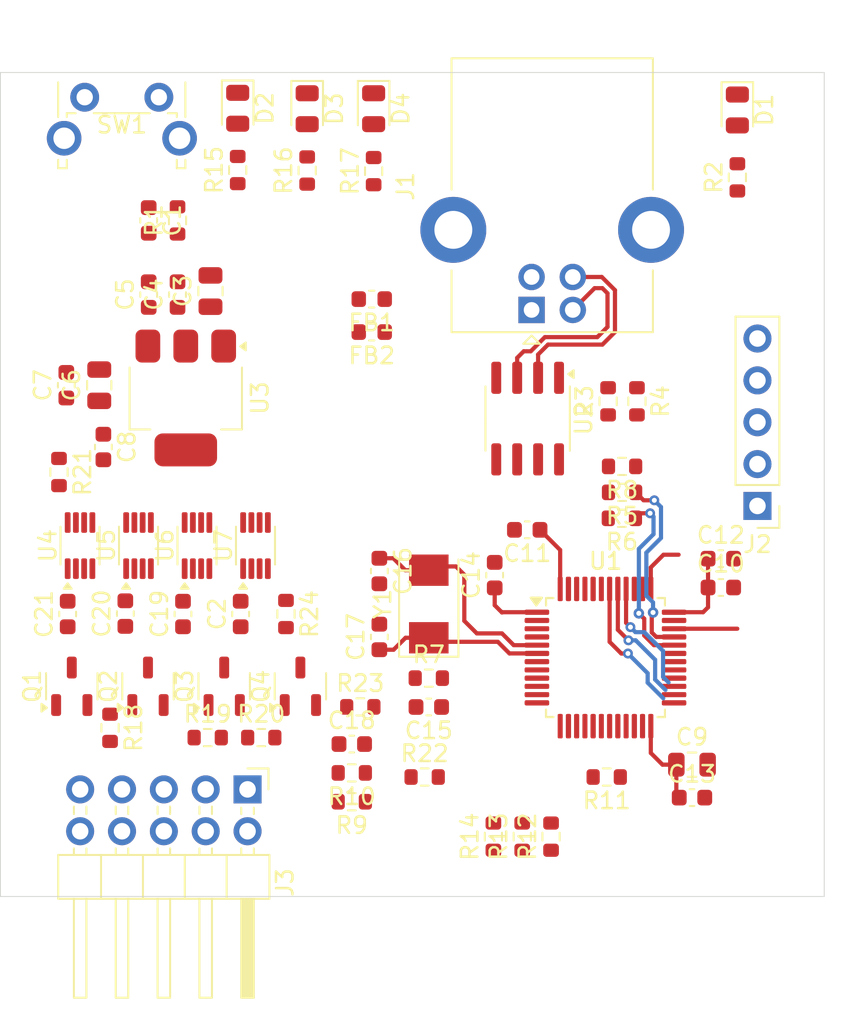
<source format=kicad_pcb>
(kicad_pcb (version 20240108) (generator "pcbnew") (generator_version "8.0")
  (layers (0 "F.Cu" signal) (31 "B.Cu" signal) (34 "B.Paste" user) (35 "F.Paste" user) (36 "B.SilkS" user "B.Silkscreen") (37 "F.SilkS" user "F.Silkscreen") (38 "B.Mask" user) (39 "F.Mask" user) (44 "Edge.Cuts" user))
  (net 0 "")
  (net 1 "GND")
  (net 2 "/mcu/iBTN")
  (net 3 "+3.3V")
  (net 4 "+5V")
  (net 5 "/mcu/OWN_NREST")
  (net 6 "Net-(U1-PD0)")
  (net 7 "Net-(U1-PD1)")
  (net 8 "/mcu/T_PWR_SENSE")
  (net 9 "Net-(D1-A)")
  (net 10 "Net-(D2-A)")
  (net 11 "Net-(D3-A)")
  (net 12 "Net-(D4-A)")
  (net 13 "Net-(J1-GND)")
  (net 14 "Net-(J1-VBUS)")
  (net 15 "/mcu/USBX2_DM")
  (net 16 "/mcu/USBX2_DP")
  (net 17 "/mcu/OWN_SWDIO")
  (net 18 "/mcu/OWN_SWCLK")
  (net 19 "/io/xRST")
  (net 20 "/io/xTCK")
  (net 21 "/io/xTMS")
  (net 22 "/io/xTDI")
  (net 23 "/io/xTDO")
  (net 24 "/io/xVCC")
  (net 25 "/io/xRXD")
  (net 26 "Net-(Q1-G)")
  (net 27 "Net-(Q2-G)")
  (net 28 "Net-(Q2-S)")
  (net 29 "Net-(Q4-G)")
  (net 30 "iRST_SENSE")
  (net 31 "/mcu/VBUS")
  (net 32 "/mcu/USBX1_DP")
  (net 33 "Net-(R5-Pad2)")
  (net 34 "/mcu/USBX1_DM")
  (net 35 "Net-(R6-Pad2)")
  (net 36 "/mcu/USBX1_H")
  (net 37 "TPWR")
  (net 38 "Net-(U1-PB7)")
  (net 39 "iTDO")
  (net 40 "/mcu/VER_0")
  (net 41 "/mcu/VER_1")
  (net 42 "/mcu/VER_2")
  (net 43 "/mcu/LED0")
  (net 44 "/mcu/LED1")
  (net 45 "/mcu/LED2")
  (net 46 "xTPWR")
  (net 47 "PWR_BR")
  (net 48 "iRST")
  (net 49 "iTMS")
  (net 50 "iRxD")
  (net 57 "iTDI")
  (net 59 "iTMS_DIR")
  (net 61 "iTCK")
  (net 63 "iTxD")
  (net 65 "iTXD")
  (net 66 "iRXD")
  (footprint "Capacitor_SMD:C_0603_1608Metric" (layer "F.Cu") (at 68.975 51)
    (property "Reference" "C10")
    (property "Value" "100nF")
  )
  (footprint "Capacitor_SMD:C_0603_1608Metric" (layer "F.Cu") (at 31.5 42.475 -90)
    (property "Reference" "C8")
    (property "Value" "47nF")
  )
  (footprint "Resistor_SMD:R_0603_1608Metric" (layer "F.Cu") (at 58.6712 66.1172 90)
    (property "Reference" "R12")
    (property "Value" "100R")
  )
  (footprint "Resistor_SMD:R_0603_1608Metric" (layer "F.Cu") (at 63.8834 39.7022 -90)
    (property "Reference" "R4")
    (property "Value" "10K")
  )
  (footprint "Package_QFP:LQFP-48_7x7mm_P0.5mm" (layer "F.Cu") (at 61.975 55.25)
    (property "Reference" "U1")
    (property "Value" "STM32F103CBTx")
  )
  (footprint "Resistor_SMD:R_0603_1608Metric" (layer "F.Cu") (at 39.6518 25.6695 90)
    (property "Reference" "R15")
    (property "Value" "1K")
  )
  (footprint "Capacitor_SMD:C_0603_1608Metric" (layer "F.Cu") (at 51.25 58.25 180)
    (property "Reference" "C15")
    (property "Value" "100nF")
  )
  (footprint "Package_SO:VSSOP-8_2.3x2mm_P0.5mm" (layer "F.Cu") (at 37.182 48.4576 90)
    (property "Reference" "U6")
    (property "Value" "SN74LVC2T45DCUR")
  )
  (footprint "Resistor_SMD:R_0603_1608Metric" (layer "F.Cu") (at 62.05 62.5 180)
    (property "Reference" "R11")
    (property "Value" "0R")
  )
  (footprint "Connector_USB:USB_B_Lumberg_2411_02_Horizontal" (layer "F.Cu") (at 57.49 34.1575 90)
    (property "Reference" "J1")
    (property "Value" "USB_B")
  )
  (footprint "Capacitor_SMD:C_0805_2012Metric" (layer "F.Cu") (at 67.225 61.75)
    (property "Reference" "C9")
    (property "Value" "10uF")
  )
  (footprint "Package_SO:VSSOP-8_2.3x2mm_P0.5mm" (layer "F.Cu") (at 33.632 48.4576 90)
    (property "Reference" "U5")
    (property "Value" "SN74LVC2T45DCUR")
  )
  (footprint "Capacitor_SMD:C_0603_1608Metric" (layer "F.Cu") (at 48.25 54 90)
    (property "Reference" "C17")
    (property "Value" "22pF")
  )
  (footprint "LED_SMD:LED_0805_2012Metric" (layer "F.Cu") (at 69.9794 22.0234 -90)
    (property "Reference" "D1")
    (property "Value" "LED")
  )
  (footprint "Capacitor_SMD:C_0603_1608Metric" (layer "F.Cu") (at 32.832 52.5826 90)
    (property "Reference" "C20")
    (property "Value" "100nF")
  )
  (footprint "Resistor_SMD:R_0603_1608Metric" (layer "F.Cu") (at 43.8682 25.6972 90)
    (property "Reference" "R16")
    (property "Value" "1K")
  )
  (footprint "Connector_PinHeader_2.54mm:PinHeader_2x05_P2.54mm_Horizontal" (layer "F.Cu") (at 40.25 63.25 -90)
    (property "Reference" "J3")
    (property "Value" "Conn_02x05_Odd_Even")
  )
  (footprint "Inductor_SMD:L_0603_1608Metric" (layer "F.Cu") (at 47.7875 33.5 180)
    (property "Reference" "FB1")
    (property "Value" "FB")
  )
  (footprint "Capacitor_SMD:C_0603_1608Metric" (layer "F.Cu") (at 36.332 52.6076 90)
    (property "Reference" "C19")
    (property "Value" "100nF")
  )
  (footprint "Capacitor_SMD:C_0603_1608Metric" (layer "F.Cu") (at 48.25 50 -90)
    (property "Reference" "C16")
    (property "Value" "22pF")
  )
  (footprint "Package_TO_SOT_SMD:SOT-23-3" (layer "F.Cu") (at 38.832 56.9951 90)
    (property "Reference" "Q3")
    (property "Value" "PMOS")
  )
  (footprint "Resistor_SMD:R_0603_1608Metric" (layer "F.Cu") (at 69.9794 26.1128 90)
    (property "Reference" "R2")
    (property "Value" "1K")
  )
  (footprint "Package_SO:VSSOP-8_2.3x2mm_P0.5mm" (layer "F.Cu") (at 30.082 48.4576 90)
    (property "Reference" "U4")
    (property "Value" "SN74LVC2T45DCUR")
  )
  (footprint "Connector_PinHeader_2.54mm:PinHeader_1x05_P2.54mm_Vertical" (layer "F.Cu") (at 71.1986 46.0518 180)
    (property "Reference" "J2")
    (property "Value" "Conn_01x05_Pin")
  )
  (footprint "Resistor_SMD:R_0603_1608Metric" (layer "F.Cu") (at 51 62.5)
    (property "Reference" "R22")
    (property "Value" "22R")
  )
  (footprint "Package_TO_SOT_SMD:SOT-223-3_TabPin2" (layer "F.Cu") (at 36.5 39.5 -90)
    (property "Reference" "U3")
    (property "Value" "AMS1117-3.3")
  )
  (footprint "Package_SO:SOIC-8_3.9x4.9mm_P1.27mm" (layer "F.Cu") (at 57.25 40.75 -90)
    (property "Reference" "U2")
    (property "Value" "USB6B1")
  )
  (footprint "Inductor_SMD:L_0603_1608Metric" (layer "F.Cu") (at 47.7875 35.5 180)
    (property "Reference" "FB2")
    (property "Value" "FB")
  )
  (footprint "Resistor_SMD:R_0603_1608Metric" (layer "F.Cu") (at 56.9212 66.1172 90)
    (property "Reference" "R13")
    (property "Value" "100R")
  )
  (footprint "Capacitor_SMD:C_0603_1608Metric" (layer "F.Cu") (at 68.975 49.25)
    (property "Reference" "C12")
    (property "Value" "100nF")
  )
  (footprint "Resistor_SMD:R_0603_1608Metric" (layer "F.Cu") (at 37.832 60.1076)
    (property "Reference" "R19")
    (property "Value" "10K")
  )
  (footprint "Capacitor_SMD:C_0805_2012Metric" (layer "F.Cu") (at 38 33.0125 90)
    (property "Reference" "C3")
    (property "Value" "10uF")
  )
  (footprint "Resistor_SMD:R_0603_1608Metric" (layer "F.Cu") (at 28.806 43.9944 -90)
    (property "Reference" "R21")
    (property "Value" "10K")
  )
  (footprint "Resistor_SMD:R_0603_1608Metric" (layer "F.Cu") (at 55.1712 66.1172 90)
    (property "Reference" "R14")
    (property "Value" "100R")
  )
  (footprint "LED_SMD:LED_0805_2012Metric" (layer "F.Cu") (at 39.6518 21.9195 -90)
    (property "Reference" "D2")
    (property "Value" "LED")
  )
  (footprint "Resistor_SMD:R_0603_1608Metric" (layer "F.Cu") (at 47.9026 25.7351 90)
    (property "Reference" "R17")
    (property "Value" "1K")
  )
  (footprint "Capacitor_SMD:C_0603_1608Metric" (layer "F.Cu") (at 29.332 52.6076 90)
    (property "Reference" "C21")
    (property "Value" "100nF")
  )
  (footprint "Resistor_SMD:R_0603_1608Metric" (layer "F.Cu") (at 62.9686 46.801 180)
    (property "Reference" "R6")
    (property "Value" "22R")
  )
  (footprint "Resistor_SMD:R_0603_1608Metric" (layer "F.Cu") (at 62.1334 39.7022 90)
    (property "Reference" "R3")
    (property "Value" "4.7K")
  )
  (footprint "Capacitor_SMD:C_0603_1608Metric" (layer "F.Cu") (at 67.225 63.75)
    (property "Reference" "C13")
    (property "Value" "100nF")
  )
  (footprint "LED_SMD:LED_0805_2012Metric" (layer "F.Cu") (at 47.9026 21.9472 -90)
    (property "Reference" "D4")
    (property "Value" "LED")
  )
  (footprint "Resistor_SMD:R_0603_1608Metric" (layer "F.Cu") (at 42.582 52.6076 -90)
    (property "Reference" "R24")
    (property "Value" "10K")
  )
  (footprint "Capacitor_SMD:C_0603_1608Metric" (layer "F.Cu") (at 29.25 38.725 90)
    (property "Reference" "C7")
    (property "Value" "100nF")
  )
  (footprint "Resistor_SMD:R_0603_1608Metric" (layer "F.Cu") (at 46.575 64 180)
    (property "Reference" "R9")
    (property "Value" "4.7K")
  )
  (footprint "Resistor_SMD:R_0603_1608Metric" (layer "F.Cu") (at 31.9048 59.5138 -90)
    (property "Reference" "R18")
    (property "Value" "100R")
  )
  (footprint "Capacitor_SMD:C_0603_1608Metric" (layer "F.Cu") (at 57.225 47.5 180)
    (property "Reference" "C11")
    (property "Value" "100nF")
  )
  (footprint "Resistor_SMD:R_0603_1608Metric" (layer "F.Cu") (at 36 28.725 90)
    (property "Reference" "R1")
    (property "Value" "10K")
  )
  (footprint "Resistor_SMD:R_0603_1608Metric" (layer "F.Cu") (at 41.082 60.1076)
    (property "Reference" "R20")
    (property "Value" "22R")
  )
  (footprint "Resistor_SMD:R_0603_1608Metric" (layer "F.Cu") (at 62.9818 45.2262 180)
    (property "Reference" "R5")
    (property "Value" "22R")
  )
  (footprint "Capacitor_SMD:C_0603_1608Metric" (layer "F.Cu") (at 34.25 28.725 -90)
    (property "Reference" "C1")
    (property "Value" "100nF")
  )
  (footprint "Resistor_SMD:R_0603_1608Metric" (layer "F.Cu") (at 47.094 58.2438)
    (property "Reference" "R23")
    (property "Value" "22R")
  )
  (footprint "Capacitor_SMD:C_0603_1608Metric" (layer "F.Cu") (at 34.25 33.225 90)
    (property "Reference" "C5")
    (property "Value" "47nF")
  )
  (footprint "LED_SMD:LED_0805_2012Metric" (layer "F.Cu") (at 43.8682 21.9472 -90)
    (property "Reference" "D3")
    (property "Value" "LED")
  )
  (footprint "Package_TO_SOT_SMD:SOT-23-3" (layer "F.Cu") (at 29.582 56.9951 90)
    (property "Reference" "Q1")
    (property "Value" "NMOS")
  )
  (footprint "Package_SO:VSSOP-8_2.3x2mm_P0.5mm" (layer "F.Cu") (at 40.732 48.4576 90)
    (property "Reference" "U7")
    (property "Value" "SN74LVC2T45DCUR")
  )
  (footprint "Capacitor_SMD:C_0603_1608Metric" (layer "F.Cu") (at 39.832 52.6076 90)
    (property "Reference" "C2")
    (property "Value" "100nF")
  )
  (footprint "Package_TO_SOT_SMD:SOT-23-3" (layer "F.Cu") (at 43.457 56.9951 90)
    (property "Reference" "Q4")
    (property "Value" "NMOS")
  )
  (footprint "Capacitor_SMD:C_0603_1608Metric" (layer "F.Cu") (at 46.575 60.5)
    (property "Reference" "C18")
    (property "Value" "100nF")
  )
  (footprint "Package_QFP:LQFP-48_7x7mm_P0.5mm" (layer "F.Cu") (at 61.975 55.25)
    (property "Reference" "U1")
    (property "Value" "STM32F103CBTx")
  )
  (footprint "Resistor_SMD:R_0603_1608Metric" (layer "F.Cu") (at 51.25 56.5)
    (property "Reference" "R7")
    (property "Value" "10K")
  )
  (footprint "Package_QFP:LQFP-48_7x7mm_P0.5mm" (layer "F.Cu") (at 61.975 55.25)
    (property "Reference" "U1")
    (property "Value" "STM32F103CBTx")
  )
  (footprint "Button_Switch_THT:SW_Tactile_SPST_Angled_PTS645Vx58-2LFS" (layer "F.Cu") (at 30.3664 21.25)
    (property "Reference" "SW1")
    (property "Value" "SW_Push")
  )
  (footprint "Crystal:Crystal_SMD_Abracon_ABM3-2Pin_5.0x3.2mm" (layer "F.Cu") (at 51.25 52 90)
    (property "Reference" "Y1")
    (property "Value" "8Mhz")
  )
  (footprint "Package_TO_SOT_SMD:SOT-23-3" (layer "F.Cu") (at 34.207 56.9951 90)
    (property "Reference" "Q2")
    (property "Value" "PMOS")
  )
  (footprint "Resistor_SMD:R_0603_1608Metric" (layer "F.Cu") (at 46.575 62.25 180)
    (property "Reference" "R10")
    (property "Value" "10K")
  )
  (footprint "Capacitor_SMD:C_0603_1608Metric" (layer "F.Cu") (at 55.25 50.25 90)
    (property "Reference" "C14")
    (property "Value" "47nF")
  )
  (footprint "Capacitor_SMD:C_0805_2012Metric" (layer "F.Cu") (at 31.25 38.725 90)
    (property "Reference" "C6")
    (property "Value" "10uF")
  )
  (footprint "Capacitor_SMD:C_0603_1608Metric" (layer "F.Cu") (at 36 33.225 90)
    (property "Reference" "C4")
    (property "Value" "100nF")
  )
  (footprint "Resistor_SMD:R_0603_1608Metric" (layer "F.Cu") (at 62.9818 43.6514 180)
    (property "Reference" "R8")
    (property "Value" "1.5K")
  )
  (gr_line (start 75.25 69.75) (end 25.25 69.75) (stroke (width 0.05)) (layer "Edge.Cuts"))
  (gr_line (start 25.25 19.75) (end 75.25 19.75) (stroke (width 0.05)) (layer "Edge.Cuts"))
  (gr_line (start 75.25 19.75) (end 75.25 69.75) (stroke (width 0.05)) (layer "Edge.Cuts"))
  (gr_line (start 25.25 69.75) (end 25.25 19.75) (stroke (width 0.05)) (layer "Edge.Cuts"))
  (segment (start 66.275 63.575) (end 66.45 63.75) (width 0.254) (layer "F.Cu") (net 3))
  (segment (start 68.2 52.2) (end 68.2 51) (width 0.254) (layer "F.Cu") (net 3))
  (segment (start 59.225 51.0875) (end 59.225 48.725) (width 0.254) (layer "F.Cu") (net 3))
  (segment (start 55.25 51.025) (end 55.25 52.074) (width 0.254) (layer "F.Cu") (net 3))
  (segment (start 68.2 51) (end 68.2 49.25) (width 0.254) (layer "F.Cu") (net 3))
  (segment (start 57.8125 52.5) (end 55.708 52.5) (width 0.254) (layer "F.Cu") (net 3))
  (segment (start 55.25 52.074) (end 55.692 52.516) (width 0.254) (layer "F.Cu") (net 3))
  (segment (start 64.725 61.041) (end 65.434 61.75) (width 0.254) (layer "F.Cu") (net 3))
  (segment (start 66.1375 52.5) (end 67.9 52.5) (width 0.254) (layer "F.Cu") (net 3))
  (segment (start 55.708 52.5) (end 55.692 52.516) (width 0.254) (layer "F.Cu") (net 3))
  (segment (start 67.9 52.5) (end 68.2 52.2) (width 0.254) (layer "F.Cu") (net 3))
  (segment (start 66.275 61.75) (end 66.275 63.575) (width 0.254) (layer "F.Cu") (net 3))
  (segment (start 59.225 48.725) (end 58 47.5) (width 0.254) (layer "F.Cu") (net 3))
  (segment (start 65.434 61.75) (end 66.275 61.75) (width 0.254) (layer "F.Cu") (net 3))
  (segment (start 64.725 59.4125) (end 64.725 61.041) (width 0.254) (layer "F.Cu") (net 3))
  (segment (start 56.406 54.5) (end 55.692 53.786) (width 0.254) (layer "F.Cu") (net 6))
  (segment (start 53.406 50.23) (end 52.898 49.722) (width 0.254) (layer "F.Cu") (net 6))
  (segment (start 48.25 49.225) (end 49.099 49.225) (width 0.254) (layer "F.Cu") (net 6))
  (segment (start 51.478 49.722) (end 51.25 49.95) (width 0.254) (layer "F.Cu") (net 6))
  (segment (start 52.898 49.722) (end 51.478 49.722) (width 0.254) (layer "F.Cu") (net 6))
  (segment (start 53.406 53.024) (end 53.406 50.23) (width 0.254) (layer "F.Cu") (net 6))
  (segment (start 49.099 49.225) (end 49.824 49.95) (width 0.254) (layer "F.Cu") (net 6))
  (segment (start 57.8125 54.5) (end 56.406 54.5) (width 0.254) (layer "F.Cu") (net 6))
  (segment (start 55.692 53.786) (end 54.168 53.786) (width 0.254) (layer "F.Cu") (net 6))
  (segment (start 49.824 49.95) (end 51.25 49.95) (width 0.254) (layer "F.Cu") (net 6))
  (segment (start 54.168 53.786) (end 53.406 53.024) (width 0.254) (layer "F.Cu") (net 6))
  (segment (start 56.144 55) (end 55.438 54.294) (width 0.254) (layer "F.Cu") (net 7))
  (segment (start 48.25 54.775) (end 49.115 54.775) (width 0.254) (layer "F.Cu") (net 7))
  (segment (start 49.115 54.775) (end 49.84 54.05) (width 0.254) (layer "F.Cu") (net 7))
  (segment (start 49.84 54.05) (end 51.25 54.05) (width 0.254) (layer "F.Cu") (net 7))
  (segment (start 55.438 54.294) (end 51.494 54.294) (width 0.254) (layer "F.Cu") (net 7))
  (segment (start 51.494 54.294) (end 51.25 54.05) (width 0.254) (layer "F.Cu") (net 7))
  (segment (start 57.8125 55) (end 56.144 55) (width 0.254) (layer "F.Cu") (net 7))
  (segment (start 57.0128 36.6664) (end 56.615 37.0642) (width 0.254) (layer "F.Cu") (net 15))
  (segment (start 62.096 33.146052) (end 62.096 35.19) (width 0.254) (layer "F.Cu") (net 15))
  (segment (start 61.786498 32.83655) (end 62.096 33.146052) (width 0.254) (layer "F.Cu") (net 15))
  (segment (start 61.48 35.806) (end 58.297948 35.806) (width 0.254) (layer "F.Cu") (net 15))
  (segment (start 57.437548 36.6664) (end 57.0128 36.6664) (width 0.254) (layer "F.Cu") (net 15))
  (segment (start 58.297948 35.806) (end 57.437548 36.6664) (width 0.254) (layer "F.Cu") (net 15))
  (segment (start 56.615 37.0642) (end 56.615 38.275) (width 0.254) (layer "F.Cu") (net 15))
  (segment (start 59.99 34.1575) (end 61.31095 32.83655) (width 0.254) (layer "F.Cu") (net 15))
  (segment (start 62.096 35.19) (end 61.48 35.806) (width 0.254) (layer "F.Cu") (net 15))
  (segment (start 61.31095 32.83655) (end 61.786498 32.83655) (width 0.254) (layer "F.Cu") (net 15))
  (segment (start 58.486 36.26) (end 57.885 36.861) (width 0.254) (layer "F.Cu") (net 16))
  (segment (start 62.55 35.498) (end 61.788 36.26) (width 0.254) (layer "F.Cu") (net 16))
  (segment (start 61.788 36.26) (end 58.486 36.26) (width 0.254) (layer "F.Cu") (net 16))
  (segment (start 62.55 32.958) (end 62.55 35.498) (width 0.254) (layer "F.Cu") (net 16))
  (segment (start 61.7495 32.1575) (end 62.55 32.958) (width 0.254) (layer "F.Cu") (net 16))
  (segment (start 57.885 36.861) (end 57.885 38.275) (width 0.254) (layer "F.Cu") (net 16))
  (segment (start 59.99 32.1575) (end 61.7495 32.1575) (width 0.254) (layer "F.Cu") (net 16))
  (segment (start 66.1375 53.5) (end 69.9734 53.5) (width 0.254) (layer "F.Cu") (net 17))
  (segment (start 65.4964 49.0108) (end 66.4108 49.0108) (width 0.254) (layer "F.Cu") (net 18))
  (segment (start 64.725 49.7822) (end 65.4964 49.0108) (width 0.254) (layer "F.Cu") (net 18))
  (segment (start 64.725 51.0875) (end 64.725 49.7822) (width 0.254) (layer "F.Cu") (net 18))
  (segment (start 64.782 52.5954) (end 64.8614 52.516) (width 0.254) (layer "F.Cu") (net 32))
  (segment (start 65.057052 54) (end 64.782 53.724948) (width 0.254) (layer "F.Cu") (net 32))
  (segment (start 64.9376 45.7088) (end 64.2894 45.7088) (width 0.254) (layer "F.Cu") (net 32))
  (segment (start 66.1375 54) (end 65.057052 54) (width 0.254) (layer "F.Cu") (net 32))
  (segment (start 64.782 53.724948) (end 64.782 52.5954) (width 0.254) (layer "F.Cu") (net 32))
  (segment (start 64.2894 45.7088) (end 63.8068 45.2262) (width 0.254) (layer "F.Cu") (net 32))
  (via (at 64.8614 52.516) (size 0.635) (drill 0.3048) (layers "F.Cu" "B.Cu") (net 32))
  (via (at 64.9376 45.7088) (size 0.6) (drill 0.3) (layers "F.Cu" "B.Cu") (net 32))
  (segment (start 64.8614 52.516) (end 64.8614 51.9064) (width 0.254) (layer "B.Cu") (net 32))
  (segment (start 64.455 51.5) (end 64.455 48.8838) (width 0.254) (layer "B.Cu") (net 32))
  (segment (start 64.8614 51.9064) (end 64.455 51.5) (width 0.254) (layer "B.Cu") (net 32))
  (segment (start 65.344 47.9948) (end 65.344 46.1152) (width 0.254) (layer "B.Cu") (net 32))
  (segment (start 65.344 46.1152) (end 64.9376 45.7088) (width 0.254) (layer "B.Cu") (net 32))
  (segment (start 64.455 48.8838) (end 65.344 47.9948) (width 0.254) (layer "B.Cu") (net 32))
  (segment (start 64.0984 46.4962) (end 63.7936 46.801) (width 0.254) (layer "F.Cu") (net 34))
  (segment (start 64.328 53.913) (end 64.328 52.897) (width 0.254) (layer "F.Cu") (net 34))
  (segment (start 64.915 54.5) (end 64.328 53.913) (width 0.254) (layer "F.Cu") (net 34))
  (segment (start 64.328 52.897) (end 63.9978 52.5668) (width 0.254) (layer "F.Cu") (net 34))
  (segment (start 66.1375 54.5) (end 64.915 54.5) (width 0.254) (layer "F.Cu") (net 34))
  (segment (start 64.6836 46.4962) (end 64.0984 46.4962) (width 0.254) (layer "F.Cu") (net 34))
  (via (at 64.6836 46.4962) (size 0.6) (drill 0.3) (layers "F.Cu" "B.Cu") (net 34))
  (via (at 63.9978 52.5668) (size 0.635) (drill 0.3048) (layers "F.Cu" "B.Cu") (net 34))
  (segment (start 64.89 46.7026) (end 64.6836 46.4962) (width 0.254) (layer "B.Cu") (net 34))
  (segment (start 64.001 52.5636) (end 64.001 48.652) (width 0.254) (layer "B.Cu") (net 34))
  (segment (start 64.001 48.652) (end 64.89 47.763) (width 0.254) (layer "B.Cu") (net 34))
  (segment (start 64.89 47.763) (end 64.89 46.7026) (width 0.254) (layer "B.Cu") (net 34))
  (segment (start 63.9978 52.5668) (end 64.001 52.5636) (width 0.254) (layer "B.Cu") (net 34))
  (segment (start 63.225 53.1402) (end 63.225 51.0875) (width 0.254) (layer "F.Cu") (net 40))
  (segment (start 58.691 65.2724) (end 58.6712 65.2922) (width 0.254) (layer "F.Cu") (net 40))
  (segment (start 63.4898 53.405) (end 63.225 53.1402) (width 0.254) (layer "F.Cu") (net 40))
  (via (at 63.4898 53.405) (size 0.6) (drill 0.3) (layers "F.Cu" "B.Cu") (net 40))
  (segment (start 65.471 56.4276) (end 65.8012 56.7578) (width 0.254) (layer "B.Cu") (net 40))
  (segment (start 64.328 53.7098) (end 65.471 54.8528) (width 0.254) (layer "B.Cu") (net 40))
  (segment (start 63.7946 53.7098) (end 64.328 53.7098) (width 0.254) (layer "B.Cu") (net 40))
  (segment (start 65.471 54.8528) (end 65.471 56.4276) (width 0.254) (layer "B.Cu") (net 40))
  (segment (start 63.4898 53.405) (end 63.7946 53.7098) (width 0.254) (layer "B.Cu") (net 40))
  (segment (start 63.367009 54.205746) (end 62.725 53.563737) (width 0.254) (layer "F.Cu") (net 41))
  (segment (start 62.725 53.563737) (end 62.725 51.0875) (width 0.254) (layer "F.Cu") (net 41))
  (via (at 63.367009 54.205746) (size 0.6) (drill 0.3) (layers "F.Cu" "B.Cu") (net 41))
  (segment (start 63.807946 54.205746) (end 64.9884 55.3862) (width 0.254) (layer "B.Cu") (net 41))
  (segment (start 64.9884 56.587053) (end 65.613147 57.2118) (width 0.254) (layer "B.Cu") (net 41))
  (segment (start 63.367009 54.205746) (end 63.807946 54.205746) (width 0.254) (layer "B.Cu") (net 41))
  (segment (start 64.9884 55.3862) (end 64.9884 56.587053) (width 0.254) (layer "B.Cu") (net 41))
  (segment (start 62.225 51.0875) (end 62.225 54.2992) (width 0.254) (layer "F.Cu") (net 42))
  (segment (start 62.225 54.2992) (end 62.931 55.0052) (width 0.254) (layer "F.Cu") (net 42))
  (segment (start 62.931 55.0052) (end 63.3374 55.0052) (width 0.254) (layer "F.Cu") (net 42))
  (via (at 63.3374 55.0052) (size 0.6) (drill 0.3) (layers "F.Cu" "B.Cu") (net 42))
  (segment (start 63.3374 55.0052) (end 64.5344 56.2022) (width 0.254) (layer "B.Cu") (net 42))
  (segment (start 64.5344 56.2022) (end 64.5344 56.775105) (width 0.254) (layer "B.Cu") (net 42))
  (segment (start 64.5344 56.775105) (end 65.482295 57.723) (width 0.254) (layer "B.Cu") (net 42))
)
</source>
